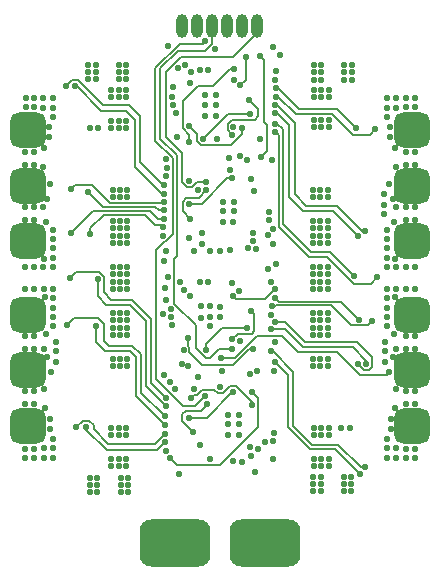
<source format=gbr>
%TF.GenerationSoftware,KiCad,Pcbnew,7.0.2*%
%TF.CreationDate,2023-05-24T20:20:13+03:00*%
%TF.ProjectId,Slimmeri_GD32,536c696d-6d65-4726-995f-474433322e6b,rev?*%
%TF.SameCoordinates,Original*%
%TF.FileFunction,Copper,L4,Inr*%
%TF.FilePolarity,Positive*%
%FSLAX46Y46*%
G04 Gerber Fmt 4.6, Leading zero omitted, Abs format (unit mm)*
G04 Created by KiCad (PCBNEW 7.0.2) date 2023-05-24 20:20:13*
%MOMM*%
%LPD*%
G01*
G04 APERTURE LIST*
G04 Aperture macros list*
%AMRoundRect*
0 Rectangle with rounded corners*
0 $1 Rounding radius*
0 $2 $3 $4 $5 $6 $7 $8 $9 X,Y pos of 4 corners*
0 Add a 4 corners polygon primitive as box body*
4,1,4,$2,$3,$4,$5,$6,$7,$8,$9,$2,$3,0*
0 Add four circle primitives for the rounded corners*
1,1,$1+$1,$2,$3*
1,1,$1+$1,$4,$5*
1,1,$1+$1,$6,$7*
1,1,$1+$1,$8,$9*
0 Add four rect primitives between the rounded corners*
20,1,$1+$1,$2,$3,$4,$5,0*
20,1,$1+$1,$4,$5,$6,$7,0*
20,1,$1+$1,$6,$7,$8,$9,0*
20,1,$1+$1,$8,$9,$2,$3,0*%
G04 Aperture macros list end*
%TA.AperFunction,ComponentPad*%
%ADD10O,1.000000X2.000000*%
%TD*%
%TA.AperFunction,ComponentPad*%
%ADD11C,1.000000*%
%TD*%
%TA.AperFunction,ComponentPad*%
%ADD12RoundRect,0.750000X-0.750000X0.750000X-0.750000X-0.750000X0.750000X-0.750000X0.750000X0.750000X0*%
%TD*%
%TA.AperFunction,ComponentPad*%
%ADD13RoundRect,0.750000X0.750000X-0.750000X0.750000X0.750000X-0.750000X0.750000X-0.750000X-0.750000X0*%
%TD*%
%TA.AperFunction,ComponentPad*%
%ADD14RoundRect,1.000000X-2.000000X-1.000000X2.000000X-1.000000X2.000000X1.000000X-2.000000X1.000000X0*%
%TD*%
%TA.AperFunction,ViaPad*%
%ADD15C,0.550000*%
%TD*%
%TA.AperFunction,Conductor*%
%ADD16C,0.150000*%
%TD*%
G04 APERTURE END LIST*
D10*
%TO.N,/M4*%
%TO.C,J13*%
X138590000Y-53637500D03*
%TO.N,/M3*%
X137320000Y-53637500D03*
%TO.N,/M2*%
X136050000Y-53637500D03*
%TO.N,/M1*%
X134780000Y-53637500D03*
%TO.N,/VBAT*%
X133510000Y-53637500D03*
%TO.N,GND*%
X132240000Y-53637500D03*
%TD*%
D11*
%TO.N,/Motor3/MotorOutA*%
%TO.C,J7*%
X151000000Y-72650000D03*
X152500000Y-72650000D03*
D12*
X151750000Y-71900000D03*
D11*
X151000000Y-71150000D03*
X152500000Y-71150000D03*
%TD*%
%TO.N,/Motor2/MotorOutA*%
%TO.C,J4*%
X118500000Y-63250000D03*
X120000000Y-63250000D03*
D12*
X119250000Y-62500000D03*
D11*
X118500000Y-61750000D03*
X120000000Y-61750000D03*
%TD*%
%TO.N,/Motor3/MotorOutB*%
%TO.C,J8*%
X151000000Y-67950000D03*
X152500000Y-67950000D03*
D12*
X151750000Y-67200000D03*
D11*
X151000000Y-66450000D03*
X152500000Y-66450000D03*
%TD*%
%TO.N,/Motor4/MotorOutC*%
%TO.C,J12*%
X152500000Y-77350000D03*
X151000000Y-77350000D03*
D13*
X151750000Y-78100000D03*
D11*
X152500000Y-78850000D03*
X151000000Y-78850000D03*
%TD*%
D14*
%TO.N,/VBAT*%
%TO.C,TP14*%
X139300000Y-97400000D03*
%TD*%
D11*
%TO.N,/Motor2/MotorOutB*%
%TO.C,J5*%
X118500000Y-67950000D03*
X120000000Y-67950000D03*
D12*
X119250000Y-67200000D03*
D11*
X118500000Y-66450000D03*
X120000000Y-66450000D03*
%TD*%
%TO.N,/Motor3/MotorOutC*%
%TO.C,J9*%
X151000000Y-63250000D03*
X152500000Y-63250000D03*
D12*
X151750000Y-62500000D03*
D11*
X151000000Y-61750000D03*
X152500000Y-61750000D03*
%TD*%
%TO.N,/Motor4/MotorOutB*%
%TO.C,J11*%
X152500000Y-82050000D03*
X151000000Y-82050000D03*
D13*
X151750000Y-82800000D03*
D11*
X152500000Y-83550000D03*
X151000000Y-83550000D03*
%TD*%
D14*
%TO.N,GND*%
%TO.C,TP13*%
X131700000Y-97400000D03*
%TD*%
D11*
%TO.N,/Motor1/MotorOutA*%
%TO.C,J1*%
X120000000Y-77350000D03*
X118500000Y-77350000D03*
D13*
X119250000Y-78100000D03*
D11*
X120000000Y-78850000D03*
X118500000Y-78850000D03*
%TD*%
%TO.N,/Motor4/MotorOutA*%
%TO.C,J10*%
X152500000Y-86750000D03*
X151000000Y-86750000D03*
D13*
X151750000Y-87500000D03*
D11*
X152500000Y-88250000D03*
X151000000Y-88250000D03*
%TD*%
%TO.N,/Motor1/MotorOutB*%
%TO.C,J2*%
X120000000Y-82050000D03*
X118500000Y-82050000D03*
D13*
X119250000Y-82800000D03*
D11*
X120000000Y-83550000D03*
X118500000Y-83550000D03*
%TD*%
%TO.N,/Motor2/MotorOutC*%
%TO.C,J6*%
X118500000Y-72650000D03*
X120000000Y-72650000D03*
D12*
X119250000Y-71900000D03*
D11*
X118500000Y-71150000D03*
X120000000Y-71150000D03*
%TD*%
%TO.N,/Motor1/MotorOutC*%
%TO.C,J3*%
X120000000Y-86750000D03*
X118500000Y-86750000D03*
D13*
X119250000Y-87500000D03*
D11*
X120000000Y-88250000D03*
X118500000Y-88250000D03*
%TD*%
D15*
%TO.N,GND*%
X138000000Y-83150000D03*
X135100000Y-55600000D03*
%TO.N,/M2*%
X136659239Y-57327718D03*
%TO.N,/M3*%
X134200000Y-54975000D03*
%TO.N,GND*%
X136250000Y-64800000D03*
X130900000Y-72700000D03*
X140600000Y-56100000D03*
X139950000Y-55450000D03*
X131050000Y-55400000D03*
X134650000Y-72749500D03*
%TO.N,/Motor4/BEMF_COMMON*%
X136580632Y-76525500D03*
%TO.N,GND*%
X146475000Y-87675000D03*
%TO.N,/5V*%
X134668246Y-90325500D03*
%TO.N,/3.3V*%
X138725000Y-89500000D03*
%TO.N,GND*%
X132250000Y-82250000D03*
X140225000Y-57475000D03*
%TO.N,/Motor3/MotorOutB*%
X138925000Y-64750000D03*
%TO.N,GND*%
X131910150Y-57231529D03*
X139875000Y-65025000D03*
X140200000Y-73850000D03*
X140000000Y-90325000D03*
X135150000Y-60350000D03*
X135125000Y-61250000D03*
X134225000Y-59525000D03*
X134225000Y-61250000D03*
X135150000Y-59525000D03*
X134225000Y-60350000D03*
X136650000Y-69350000D03*
X136625000Y-70250000D03*
X135725000Y-68525000D03*
X135725000Y-70250000D03*
X136650000Y-68525000D03*
X135725000Y-69350000D03*
X136175000Y-86575000D03*
X137100000Y-87400000D03*
X136175000Y-87400000D03*
X137100000Y-86575000D03*
X137075000Y-88300000D03*
X136175000Y-88300000D03*
X134625000Y-79075500D03*
X133850000Y-78350000D03*
X135525000Y-78325000D03*
X134625000Y-78325000D03*
X137101760Y-76058885D03*
X135525000Y-77425000D03*
X134625000Y-77400000D03*
X133850000Y-77400000D03*
X130674500Y-78075000D03*
X130850000Y-75875000D03*
X131277911Y-83788804D03*
X130755746Y-83244254D03*
X132814926Y-82427719D03*
%TO.N,/3.3V*%
X131642300Y-84385900D03*
%TO.N,/5V*%
X133646479Y-83347485D03*
%TO.N,/VBAT*%
X135700000Y-82875000D03*
%TO.N,GND*%
X138646800Y-82853200D03*
X140149003Y-80413160D03*
%TO.N,/3.3V*%
X139824957Y-78109154D03*
X130900000Y-76825000D03*
%TO.N,/5V*%
X136499500Y-75450000D03*
%TO.N,/3.3V*%
X139550000Y-71400000D03*
%TO.N,GND*%
X139975000Y-72125000D03*
X131000000Y-65700000D03*
%TO.N,/3.3V*%
X130950000Y-66400000D03*
%TO.N,GND*%
X137150000Y-64700000D03*
X138916052Y-63215676D03*
%TO.N,/3.3V*%
X131550000Y-58817500D03*
%TO.N,/5V*%
X136696364Y-58196390D03*
%TO.N,/3.3V*%
X137774324Y-65015468D03*
%TO.N,/VBAT*%
X130874500Y-64955900D03*
X143450000Y-88325000D03*
X144075000Y-88325000D03*
X144700000Y-88325000D03*
X144700000Y-87725000D03*
X143450000Y-87725000D03*
X144075000Y-87725000D03*
%TO.N,GND*%
X144700000Y-90325000D03*
X144075000Y-90325000D03*
X143450000Y-90325000D03*
X143450000Y-90925000D03*
X144700000Y-90925000D03*
X144075000Y-90925000D03*
X144000000Y-93075000D03*
X144000000Y-92450000D03*
X144000000Y-91825000D03*
X143400000Y-91825000D03*
X143400000Y-93075000D03*
X143400000Y-92450000D03*
%TO.N,/VBAT*%
X146600000Y-93075000D03*
X146600000Y-92450000D03*
X146600000Y-91825000D03*
X146000000Y-91825000D03*
X146000000Y-93075000D03*
X146000000Y-92450000D03*
X143350000Y-78550000D03*
X143975000Y-78550000D03*
X144600000Y-78550000D03*
X144600000Y-77950000D03*
X143350000Y-77950000D03*
X143975000Y-77950000D03*
X143350000Y-79850000D03*
X143975000Y-79850000D03*
X144600000Y-79850000D03*
X144600000Y-79250000D03*
X143350000Y-79250000D03*
X143975000Y-79250000D03*
%TO.N,GND*%
X143350000Y-82450000D03*
X143975000Y-82450000D03*
X144600000Y-82450000D03*
X144600000Y-81850000D03*
X143350000Y-81850000D03*
X143975000Y-81850000D03*
X143350000Y-75950000D03*
X143975000Y-75950000D03*
X144600000Y-75950000D03*
X144600000Y-75350000D03*
X143350000Y-75350000D03*
X143975000Y-75350000D03*
X143975000Y-74050000D03*
X143350000Y-74650000D03*
X144600000Y-74050000D03*
X143975000Y-74650000D03*
X143350000Y-74050000D03*
X144600000Y-74650000D03*
%TO.N,/VBAT*%
X143975000Y-71450000D03*
X144600000Y-72050000D03*
X143350000Y-72050000D03*
X144600000Y-71450000D03*
X143975000Y-72050000D03*
X143350000Y-71450000D03*
X143975000Y-70150000D03*
X144600000Y-70750000D03*
X143350000Y-70750000D03*
X144600000Y-70150000D03*
X143975000Y-70750000D03*
X143350000Y-70150000D03*
%TO.N,GND*%
X143975000Y-67550000D03*
X144600000Y-68150000D03*
X143350000Y-68150000D03*
X144600000Y-67550000D03*
X143975000Y-68150000D03*
X143350000Y-67550000D03*
%TO.N,/VBAT*%
X146025000Y-57600000D03*
X146025000Y-58225000D03*
X146625000Y-57600000D03*
X146625000Y-56975000D03*
X146025000Y-56975000D03*
X146625000Y-58225000D03*
%TO.N,GND*%
X143425000Y-57600000D03*
X143425000Y-58225000D03*
X144025000Y-57600000D03*
X144025000Y-56975000D03*
X143425000Y-56975000D03*
X144025000Y-58225000D03*
X144050000Y-59050000D03*
X143425000Y-59050000D03*
X144050000Y-59650000D03*
X144675000Y-59650000D03*
X144675000Y-59050000D03*
X143425000Y-59650000D03*
%TO.N,/VBAT*%
X144050000Y-61650000D03*
X143425000Y-61650000D03*
X144050000Y-62250000D03*
X144675000Y-62250000D03*
X144675000Y-61650000D03*
X143425000Y-62250000D03*
X126925000Y-61675000D03*
X126300000Y-61675000D03*
X126925000Y-62275000D03*
X127550000Y-62275000D03*
X127550000Y-61675000D03*
X126300000Y-62275000D03*
%TO.N,GND*%
X126925000Y-59075000D03*
X126925000Y-59675000D03*
X127550000Y-59075000D03*
X127550000Y-59675000D03*
X126300000Y-59675000D03*
X126300000Y-59075000D03*
%TO.N,/VBAT*%
X124950000Y-57550000D03*
X124350000Y-57550000D03*
X124950000Y-58175000D03*
X124350000Y-58175000D03*
X124350000Y-56925000D03*
X124950000Y-56925000D03*
%TO.N,GND*%
X126950000Y-57550000D03*
X127550000Y-57550000D03*
X126950000Y-56925000D03*
X127550000Y-56925000D03*
X127550000Y-58175000D03*
X126950000Y-58175000D03*
X127025000Y-67550000D03*
X127025000Y-68150500D03*
X126400000Y-68150000D03*
X127650000Y-67550000D03*
X126400000Y-67550000D03*
X127650000Y-68150000D03*
%TO.N,/VBAT*%
X127025000Y-70150000D03*
X127025000Y-70750000D03*
X126400000Y-70750000D03*
X127650000Y-70150000D03*
X126400000Y-70150000D03*
X127650000Y-70750000D03*
X127025000Y-71450000D03*
X127025000Y-72050000D03*
X126400000Y-72050000D03*
X127650000Y-71450000D03*
X126400000Y-71450000D03*
X127650000Y-72050000D03*
%TO.N,GND*%
X127025000Y-74050000D03*
X127050000Y-74650000D03*
X126400000Y-74650000D03*
X127650000Y-74050000D03*
X126400000Y-74050000D03*
X127650000Y-74650000D03*
X127025000Y-75350000D03*
X127025000Y-75950000D03*
X126400000Y-75950000D03*
X127650000Y-75350000D03*
X126400000Y-75350000D03*
X127650000Y-75950000D03*
%TO.N,/VBAT*%
X127025000Y-77950000D03*
X127025000Y-78550000D03*
X126400000Y-78550000D03*
X127650000Y-77950000D03*
X126400000Y-77950000D03*
X127650000Y-78550000D03*
X127025000Y-79250000D03*
X127025000Y-79850000D03*
X126400000Y-79850000D03*
X127650000Y-79250000D03*
X126400000Y-79250000D03*
X127650000Y-79850000D03*
%TO.N,GND*%
X127025000Y-81850000D03*
X127025000Y-82450000D03*
X126400000Y-82450000D03*
X127650000Y-81850000D03*
X126400000Y-81850000D03*
X127650000Y-82450000D03*
X127075000Y-92550000D03*
X127675000Y-92525000D03*
X127075000Y-91900000D03*
X127675000Y-91900000D03*
X127675000Y-93150000D03*
X127075000Y-93150000D03*
X126900000Y-90325000D03*
X126900000Y-90925000D03*
X127525000Y-90325000D03*
X127525000Y-90925000D03*
X126275000Y-90925000D03*
X126275000Y-90325000D03*
%TO.N,/VBAT*%
X126900000Y-87725000D03*
X126900000Y-88325000D03*
X127525000Y-87725000D03*
X127525000Y-88325000D03*
X126275000Y-88325000D03*
X126275000Y-87725000D03*
X125075000Y-92525000D03*
X124475000Y-92525000D03*
X124475000Y-93150000D03*
X125075000Y-93150000D03*
X125075000Y-91900000D03*
X124475000Y-91900000D03*
%TO.N,/Motor1/MotorOutC*%
X121075000Y-87800000D03*
X121375000Y-89400000D03*
X120575000Y-90200000D03*
X120575000Y-89400000D03*
%TO.N,/Motor1/MotorOutA*%
X121375000Y-75900000D03*
X119000000Y-79900000D03*
X120775000Y-79700000D03*
%TO.N,/Motor1/MotorOutC*%
X119000000Y-85700000D03*
X121375000Y-90200000D03*
X119775000Y-89500000D03*
X119775000Y-85700000D03*
%TO.N,/Motor1/MotorOutA*%
X120575000Y-75900000D03*
%TO.N,/Motor1/MotorOutB*%
X121575000Y-80400000D03*
X120575000Y-84400000D03*
%TO.N,/Motor1/MotorOutA*%
X121375000Y-78300000D03*
%TO.N,/Motor1/MotorOutC*%
X119000000Y-90200000D03*
X119775000Y-90200000D03*
X119000000Y-89500000D03*
%TO.N,/Motor1/MotorOutB*%
X119775000Y-81000000D03*
%TO.N,/Motor1/MotorOutA*%
X119000000Y-75900000D03*
%TO.N,/Motor1/MotorOutC*%
X120675000Y-86000000D03*
%TO.N,/Motor1/MotorOutB*%
X121175000Y-83000000D03*
X119000000Y-81000000D03*
X121575000Y-81200000D03*
%TO.N,/Motor1/MotorOutA*%
X121375000Y-79100000D03*
%TO.N,/Motor1/MotorOutB*%
X119000000Y-84600000D03*
%TO.N,/Motor1/MotorOutA*%
X121375000Y-77500000D03*
X120675000Y-76600000D03*
%TO.N,/Motor1/MotorOutC*%
X121375000Y-88600000D03*
%TO.N,/Motor1/MotorOutB*%
X119775000Y-84600000D03*
%TO.N,/Motor1/MotorOutC*%
X121075000Y-86900000D03*
%TO.N,/Motor1/MotorOutB*%
X120875000Y-81700000D03*
%TO.N,/Motor1/MotorOutA*%
X119775000Y-79900000D03*
%TO.N,/Motor1/MotorOutB*%
X120575000Y-81000000D03*
%TO.N,/Motor1/MotorOutA*%
X119775000Y-75900000D03*
X121375000Y-76700000D03*
%TO.N,/Motor1/MotorOutB*%
X121575000Y-82100000D03*
%TO.N,/Motor4/MotorOutC*%
X149625000Y-79100000D03*
X149625000Y-78300000D03*
X151225000Y-75900000D03*
X151225000Y-79900000D03*
%TO.N,/Motor4/MotorOutA*%
X149625000Y-88600000D03*
X152000000Y-90200000D03*
X149925000Y-86900000D03*
X150325000Y-86000000D03*
X152000000Y-89500000D03*
X151225000Y-90200000D03*
%TO.N,/Motor4/MotorOutB*%
X150425000Y-81000000D03*
X152000000Y-84600000D03*
X149425000Y-81200000D03*
X149425000Y-80400000D03*
X150425000Y-84400000D03*
X150125000Y-81700000D03*
X149825000Y-83000000D03*
X151225000Y-84600000D03*
X151225000Y-81000000D03*
X149425000Y-82100000D03*
%TO.N,/Motor4/MotorOutC*%
X152000000Y-75900000D03*
X149625000Y-76700000D03*
%TO.N,/Motor4/MotorOutB*%
X152000000Y-81000000D03*
%TO.N,/Motor4/MotorOutC*%
X149625000Y-77500000D03*
X150325000Y-76600000D03*
X150425000Y-75900000D03*
X149625000Y-75900000D03*
X152000000Y-79900000D03*
X150225000Y-79700000D03*
%TO.N,/Motor4/MotorOutA*%
X149925000Y-87800000D03*
X149625000Y-89400000D03*
X150425000Y-90200000D03*
X150425000Y-89400000D03*
X152000000Y-85700000D03*
X149625000Y-90200000D03*
X151225000Y-89500000D03*
X151225000Y-85700000D03*
%TO.N,/Motor3/MotorOutA*%
X140125500Y-58253609D03*
%TO.N,Net-(Q18-G)*%
X147025000Y-62339500D03*
%TO.N,Net-(Q17-G)*%
X148650000Y-62400000D03*
%TO.N,Net-(Q16-G)*%
X147725000Y-71000000D03*
%TO.N,Net-(Q15-G)*%
X147150000Y-71485500D03*
%TO.N,Net-(Q14-G)*%
X146825000Y-74800000D03*
%TO.N,Net-(Q13-G)*%
X148800000Y-74950000D03*
%TO.N,/M2*%
X132875500Y-63525000D03*
%TO.N,/M3*%
X134193294Y-84975145D03*
%TO.N,/M1*%
X136525000Y-81000000D03*
%TO.N,/M4*%
X134325500Y-66875997D03*
%TO.N,/Motor2/MotorOutB*%
X136349500Y-65880637D03*
%TO.N,/Motor3/MotorOutB*%
X135256007Y-63243993D03*
%TO.N,/Motor3/CHIGH*%
X131399500Y-59640514D03*
%TO.N,/Motor3/AHIGH*%
X131781605Y-61030163D03*
%TO.N,/Motor3/BHIGH*%
X131471997Y-60340016D03*
%TO.N,/Motor3/ALOW*%
X132950000Y-58500000D03*
%TO.N,/Motor3/BLOW*%
X133000000Y-57550000D03*
%TO.N,/Motor3/CLOW*%
X133785897Y-57349502D03*
%TO.N,/Motor3/MotorOutB*%
X138875000Y-56225000D03*
%TO.N,/Motor3/MotorOutC*%
X132550498Y-56950000D03*
%TO.N,/Motor3/V_SENSE*%
X134484800Y-57378449D03*
%TO.N,Net-(Q13-G)*%
X140175000Y-62625000D03*
%TO.N,Net-(Q14-G)*%
X140175000Y-61925000D03*
%TO.N,Net-(Q15-G)*%
X140175000Y-61050000D03*
%TO.N,Net-(Q16-G)*%
X140175000Y-60350000D03*
%TO.N,Net-(Q17-G)*%
X140200008Y-59650945D03*
%TO.N,Net-(Q18-G)*%
X140225044Y-58951891D03*
%TO.N,/Motor3/MotorOutA*%
X131875000Y-63050000D03*
%TO.N,/Motor3/MotorOutC*%
X136626347Y-62215578D03*
%TO.N,/Motor3/BEMF_COMMON*%
X137675000Y-56275000D03*
X137192765Y-58689228D03*
%TO.N,/Motor3/GHC*%
X137907289Y-59899500D03*
%TO.N,/Motor3/GHB*%
X138038139Y-61097109D03*
%TO.N,/Motor3/GHA*%
X137334156Y-62302754D03*
X132825500Y-62099500D03*
%TO.N,/Motor3/GHB*%
X134031743Y-63206243D03*
%TO.N,/Motor3/GHC*%
X136526521Y-62907921D03*
%TO.N,/Motor2/MotorOutC*%
X133588984Y-67572300D03*
%TO.N,/Motor2/MotorOutA*%
X138075000Y-66599500D03*
%TO.N,Net-(Q7-G)*%
X122450000Y-58775000D03*
%TO.N,Net-(Q8-G)*%
X123225000Y-58775000D03*
%TO.N,Net-(Q9-G)*%
X122875000Y-67475000D03*
%TO.N,Net-(Q10-G)*%
X124300000Y-67725000D03*
%TO.N,Net-(Q11-G)*%
X122875000Y-71150000D03*
%TO.N,Net-(Q12-G)*%
X124450000Y-71250000D03*
%TO.N,/Motor2/MotorOutC*%
X121325000Y-70900000D03*
X121325000Y-71700000D03*
X119725000Y-74100000D03*
X119725000Y-70100000D03*
%TO.N,/Motor2/MotorOutA*%
X121325000Y-61400000D03*
X119050000Y-59800000D03*
X121025000Y-63100000D03*
X120625000Y-64000000D03*
X119050000Y-60500000D03*
X119725000Y-59800000D03*
%TO.N,/Motor2/MotorOutB*%
X120525000Y-69000000D03*
X119000000Y-65400000D03*
X120525000Y-65600000D03*
X120825000Y-68300000D03*
X121125000Y-67000000D03*
X119725000Y-65400000D03*
X119725000Y-69000000D03*
%TO.N,/Motor2/MotorOutC*%
X119000000Y-74100000D03*
X121325000Y-73300000D03*
%TO.N,/Motor2/MotorOutB*%
X119000000Y-69000000D03*
%TO.N,/Motor2/MotorOutC*%
X121325000Y-72500000D03*
X120625000Y-73400000D03*
X120525000Y-74100000D03*
X121325000Y-74100000D03*
X119000000Y-70100000D03*
X120725000Y-70300000D03*
%TO.N,/Motor2/MotorOutA*%
X121025000Y-62200000D03*
X121325000Y-60600000D03*
X120525000Y-59800000D03*
X120525000Y-60600000D03*
X119000000Y-64300000D03*
X121325000Y-59800000D03*
X119725000Y-60500000D03*
X119725000Y-64300000D03*
%TO.N,GND*%
X136300000Y-72650000D03*
%TO.N,/Motor2/V_SENSE*%
X138532041Y-72578173D03*
%TO.N,GND*%
X133304851Y-72751549D03*
%TO.N,/Motor2/MotorOutC*%
X135484016Y-72749500D03*
%TO.N,/Motor2/MotorOutA*%
X130692344Y-71405860D03*
%TO.N,/Motor2/MotorOutB*%
X130750000Y-73575000D03*
%TO.N,/Motor2/BEMF_COMMON*%
X131075000Y-74900000D03*
%TO.N,/Motor2/BEMFA_1*%
X132900000Y-71650000D03*
%TO.N,/Motor2/BEMFB_1*%
X133925000Y-71225000D03*
%TO.N,/Motor2/BEMFC_1*%
X133941124Y-72115277D03*
%TO.N,GND*%
X124500000Y-62325000D03*
X125200000Y-62325000D03*
X145750000Y-87675000D03*
%TO.N,/Motor1/BEMF_COMMON*%
X130950000Y-89625000D03*
X133808012Y-89177717D03*
%TO.N,/Motor1/V_SENSE*%
X136600000Y-90500000D03*
%TO.N,/Motor1/CLOW*%
X137378231Y-90557769D03*
%TO.N,/Motor1/BLOW*%
X138091149Y-90034942D03*
%TO.N,/Motor1/MotorOutA*%
X131262827Y-90250654D03*
X138225000Y-84650000D03*
%TO.N,/Motor1/ALOW*%
X138037500Y-89337500D03*
%TO.N,/Motor1/MotorOutB*%
X135509082Y-84208375D03*
X132029559Y-91582185D03*
%TO.N,/Motor1/MotorOutC*%
X133325000Y-84400000D03*
X138424502Y-91450000D03*
%TO.N,/Motor1/CHIGH*%
X139273200Y-88891800D03*
%TO.N,/Motor1/BHIGH*%
X139971022Y-88843331D03*
%TO.N,/Motor1/AHIGH*%
X140019655Y-88145521D03*
%TO.N,/Motor3/MotorOutC*%
X152000000Y-59800000D03*
X149900000Y-63100000D03*
X149600000Y-61400000D03*
X151200000Y-59800000D03*
X152000000Y-60500000D03*
X150300000Y-64000000D03*
X149900000Y-62200000D03*
X151200000Y-64300000D03*
X149600000Y-59800000D03*
X150400000Y-59800000D03*
X149600000Y-60600000D03*
X152000000Y-64300000D03*
X151200000Y-60500000D03*
X150400000Y-60600000D03*
%TO.N,/Motor3/MotorOutB*%
X151200000Y-69000000D03*
X151200000Y-65400000D03*
X149400000Y-68800000D03*
X149800000Y-67000000D03*
X150100000Y-68300000D03*
X150400000Y-65600000D03*
X149400000Y-69600000D03*
X152000000Y-65400000D03*
X150400000Y-69000000D03*
X149400000Y-67900000D03*
X152000000Y-69000000D03*
%TO.N,/Motor3/MotorOutA*%
X150200000Y-70300000D03*
X149600000Y-72500000D03*
X150300000Y-73400000D03*
X150400000Y-74100000D03*
X152000000Y-70100000D03*
X149600000Y-73300000D03*
X152000000Y-74100000D03*
X149600000Y-74100000D03*
X149600000Y-71700000D03*
X151200000Y-74100000D03*
X151200000Y-70100000D03*
X149600000Y-70900000D03*
%TO.N,Net-(Q1-G)*%
X130875000Y-85850000D03*
X125125000Y-75100000D03*
%TO.N,Net-(Q2-G)*%
X130900000Y-85150000D03*
X122775000Y-75025000D03*
%TO.N,Net-(Q3-G)*%
X130825000Y-86725000D03*
X122575000Y-78950000D03*
%TO.N,Net-(Q4-G)*%
X124987500Y-79085500D03*
X130825000Y-87425000D03*
%TO.N,Net-(Q5-G)*%
X130850000Y-88200000D03*
X123325000Y-87600000D03*
%TO.N,Net-(Q6-G)*%
X130824621Y-88899042D03*
X124175000Y-87600000D03*
%TO.N,/Motor4/MotorOutA*%
X132400000Y-81125000D03*
X139775000Y-75350000D03*
%TO.N,/Motor4/MotorOutB*%
X139541810Y-74243011D03*
X135575000Y-81750000D03*
%TO.N,/Motor4/MotorOutC*%
X132103518Y-75316245D03*
X140078200Y-82871800D03*
X137214500Y-80314904D03*
%TO.N,Net-(Q7-G)*%
X130725000Y-67150000D03*
%TO.N,/Motor1/GHA*%
X133025000Y-85150000D03*
X138225000Y-85725500D03*
%TO.N,/Motor1/GHB*%
X136609773Y-84654279D03*
X132900500Y-86850834D03*
%TO.N,/Motor1/GHC*%
X134375500Y-85650500D03*
X133173063Y-88037998D03*
%TO.N,Net-(Q8-G)*%
X130725000Y-67875497D03*
%TO.N,Net-(Q9-G)*%
X130725000Y-68575000D03*
%TO.N,Net-(Q10-G)*%
X130725000Y-69274503D03*
%TO.N,Net-(Q11-G)*%
X130725000Y-69975000D03*
%TO.N,Net-(Q12-G)*%
X130700000Y-70700000D03*
%TO.N,Net-(Q19-G)*%
X140149500Y-82100000D03*
X147372650Y-91609407D03*
%TO.N,Net-(Q20-G)*%
X139788364Y-81216590D03*
X147776464Y-91038235D03*
%TO.N,Net-(Q21-G)*%
X139825000Y-79325000D03*
X147875500Y-82314500D03*
%TO.N,Net-(Q22-G)*%
X140173803Y-78715462D03*
X147175997Y-82314500D03*
%TO.N,Net-(Q23-G)*%
X148350000Y-78650000D03*
X139927481Y-77386292D03*
%TO.N,Net-(Q24-G)*%
X147225000Y-78514500D03*
X140170509Y-76679491D03*
%TO.N,/Motor2/GHA*%
X132897485Y-66778521D03*
X138350000Y-67625500D03*
%TO.N,/Motor2/GHB*%
X136544030Y-66552546D03*
X132853200Y-68728200D03*
%TO.N,/Motor2/GHC*%
X134325500Y-67575500D03*
X132964843Y-69979685D03*
%TO.N,/Motor4/GHA*%
X132750500Y-80049500D03*
X138250000Y-81000500D03*
%TO.N,/Motor4/GHB*%
X137795903Y-79215000D03*
X134321584Y-81123649D03*
%TO.N,/Motor4/GHC*%
X138124503Y-77825498D03*
X136524500Y-80200000D03*
%TO.N,/Motor4/BEMF_COMMON*%
X140151684Y-75939418D03*
%TO.N,/Motor2/CLOW*%
X137840266Y-72474500D03*
%TO.N,/Motor2/BLOW*%
X138266760Y-71873212D03*
%TO.N,/Motor2/ALOW*%
X138300000Y-71174500D03*
%TO.N,/Motor2/CHIGH*%
X140017942Y-70880064D03*
%TO.N,/Motor2/BHIGH*%
X139624500Y-70125500D03*
%TO.N,/Motor2/AHIGH*%
X139673707Y-69427730D03*
%TO.N,/Motor4/V_SENSE*%
X134486987Y-75347840D03*
%TO.N,/Motor4/CLOW*%
X133787486Y-75349500D03*
%TO.N,/Motor4/BLOW*%
X132399500Y-75982048D03*
%TO.N,/Motor4/ALOW*%
X132934450Y-76525500D03*
%TO.N,/Motor4/CHIGH*%
X131299403Y-77584170D03*
%TO.N,/Motor4/BHIGH*%
X131366161Y-78280480D03*
%TO.N,/Motor4/AHIGH*%
X131449503Y-78975000D03*
%TD*%
D16*
%TO.N,Net-(Q19-G)*%
X145263243Y-89500000D02*
X143100000Y-89500000D01*
X143100000Y-89500000D02*
X141250000Y-87650000D01*
X147372650Y-91609407D02*
X145263243Y-89500000D01*
X141250000Y-87650000D02*
X141250000Y-83200500D01*
X141250000Y-83200500D02*
X140149500Y-82100000D01*
%TO.N,Net-(Q20-G)*%
X145500000Y-89100000D02*
X147438235Y-91038235D01*
X141700000Y-87525736D02*
X143274264Y-89100000D01*
X147438235Y-91038235D02*
X147776464Y-91038235D01*
X141700000Y-82943393D02*
X141700000Y-87525736D01*
X139973197Y-81216590D02*
X141700000Y-82943393D01*
X143274264Y-89100000D02*
X145500000Y-89100000D01*
X139788364Y-81216590D02*
X139973197Y-81216590D01*
%TO.N,Net-(Q13-G)*%
X146800000Y-75500000D02*
X148250000Y-75500000D01*
X148250000Y-75500000D02*
X148800000Y-74950000D01*
X144525000Y-73225000D02*
X146800000Y-75500000D01*
X140475000Y-62925000D02*
X140475000Y-70675000D01*
X143025000Y-73225000D02*
X144525000Y-73225000D01*
X140175000Y-62625000D02*
X140475000Y-62925000D01*
X140475000Y-70675000D02*
X143025000Y-73225000D01*
%TO.N,/M3*%
X133368439Y-85800000D02*
X134193294Y-84975145D01*
X132350000Y-85800000D02*
X133368439Y-85800000D01*
X130100000Y-83550000D02*
X132350000Y-85800000D01*
X130100000Y-72650000D02*
X130100000Y-83550000D01*
X130899451Y-71905860D02*
X130844140Y-71905860D01*
X130000000Y-63375000D02*
X131500000Y-64875000D01*
X131500000Y-71305311D02*
X130899451Y-71905860D01*
X134025000Y-55150000D02*
X132075736Y-55150000D01*
X130000000Y-57225736D02*
X130000000Y-63375000D01*
X134200000Y-54975000D02*
X134025000Y-55150000D01*
X132075736Y-55150000D02*
X130000000Y-57225736D01*
X131500000Y-64875000D02*
X131500000Y-71305311D01*
X130844140Y-71905860D02*
X130100000Y-72650000D01*
%TO.N,/M1*%
X134600000Y-55392893D02*
X134780000Y-55212893D01*
X134600000Y-55400000D02*
X134600000Y-55392893D01*
X131900000Y-55750000D02*
X134250000Y-55750000D01*
X130450000Y-57200000D02*
X131900000Y-55750000D01*
X130450000Y-63200000D02*
X130450000Y-57200000D01*
X131875000Y-64625000D02*
X130450000Y-63200000D01*
X131875000Y-73157107D02*
X131875000Y-64625000D01*
X133425000Y-80934172D02*
X133425000Y-79002660D01*
X133425000Y-79002660D02*
X131600000Y-77177660D01*
X134625000Y-81775000D02*
X134265828Y-81775000D01*
X134265828Y-81775000D02*
X133425000Y-80934172D01*
X134250000Y-55750000D02*
X134600000Y-55400000D01*
X135400000Y-81000000D02*
X134625000Y-81775000D01*
X131600000Y-77177660D02*
X131600000Y-73432107D01*
X136525000Y-81000000D02*
X135400000Y-81000000D01*
X134780000Y-55212893D02*
X134780000Y-53750000D01*
X131600000Y-73432107D02*
X131875000Y-73157107D01*
%TO.N,/M2*%
X132875500Y-62856607D02*
X132875500Y-63525000D01*
X132325500Y-62306607D02*
X132875500Y-62856607D01*
X133600000Y-58750000D02*
X132325500Y-60024500D01*
X134925000Y-58750000D02*
X133600000Y-58750000D01*
X136347282Y-57327718D02*
X134925000Y-58750000D01*
X136659239Y-57327718D02*
X136347282Y-57327718D01*
X132325500Y-60024500D02*
X132325500Y-62306607D01*
%TO.N,/Motor3/BEMF_COMMON*%
X137675000Y-58206993D02*
X137675000Y-56275000D01*
X137192765Y-58689228D02*
X137675000Y-58206993D01*
%TO.N,/M4*%
X138590000Y-54250000D02*
X138590000Y-53750000D01*
X136590000Y-56250000D02*
X138590000Y-54250000D01*
X132175000Y-56250000D02*
X136590000Y-56250000D01*
X130900000Y-63075000D02*
X130900000Y-57525000D01*
X130900000Y-57525000D02*
X132175000Y-56250000D01*
X132681942Y-67306942D02*
X132275000Y-66900000D01*
X133147942Y-67306942D02*
X132681942Y-67306942D01*
X133578887Y-66875997D02*
X133147942Y-67306942D01*
X132275000Y-66900000D02*
X132275000Y-64450000D01*
X132275000Y-64450000D02*
X130900000Y-63075000D01*
X134325500Y-66875997D02*
X133578887Y-66875997D01*
%TO.N,/Motor4/BEMF_COMMON*%
X136855132Y-76800000D02*
X139291102Y-76800000D01*
X139291102Y-76800000D02*
X140151684Y-75939418D01*
X136580632Y-76525500D02*
X136855132Y-76800000D01*
%TO.N,/Motor1/MotorOutA*%
X135475000Y-90825000D02*
X131837173Y-90825000D01*
X138725000Y-85150000D02*
X138725000Y-87575000D01*
X138725000Y-87575000D02*
X135475000Y-90825000D01*
X138225000Y-84650000D02*
X138725000Y-85150000D01*
X131837173Y-90825000D02*
X131262827Y-90250654D01*
%TO.N,/Motor3/MotorOutB*%
X139200000Y-56550000D02*
X138875000Y-56225000D01*
X139200000Y-61825000D02*
X139200000Y-56550000D01*
X138925000Y-64750000D02*
X139450000Y-64225000D01*
X139450000Y-64225000D02*
X139450000Y-62075000D01*
X139450000Y-62075000D02*
X139200000Y-61825000D01*
%TO.N,Net-(Q15-G)*%
X145014500Y-69350000D02*
X147150000Y-71485500D01*
X141325000Y-68150000D02*
X142525000Y-69350000D01*
X141325000Y-62042157D02*
X141325000Y-68150000D01*
X140332843Y-61050000D02*
X141325000Y-62042157D01*
X140175000Y-61050000D02*
X140332843Y-61050000D01*
X142525000Y-69350000D02*
X145014500Y-69350000D01*
%TO.N,Net-(Q14-G)*%
X143225000Y-72775000D02*
X144800000Y-72775000D01*
X144800000Y-72775000D02*
X146825000Y-74800000D01*
X140850000Y-62425000D02*
X140850000Y-70400000D01*
X140850000Y-70400000D02*
X143225000Y-72775000D01*
X140350000Y-61925000D02*
X140850000Y-62425000D01*
X140175000Y-61925000D02*
X140350000Y-61925000D01*
%TO.N,/Motor1/GHA*%
X138225000Y-85525000D02*
X138225000Y-85725500D01*
X136854279Y-84154279D02*
X138225000Y-85525000D01*
X136345721Y-84154279D02*
X136854279Y-84154279D01*
X135318393Y-84775000D02*
X135725000Y-84775000D01*
X135725000Y-84775000D02*
X136345721Y-84154279D01*
X133532107Y-84900000D02*
X133957107Y-84475000D01*
X133275000Y-84900000D02*
X133532107Y-84900000D01*
X133025000Y-85150000D02*
X133275000Y-84900000D01*
X133957107Y-84475000D02*
X135018393Y-84475000D01*
X135018393Y-84475000D02*
X135318393Y-84775000D01*
%TO.N,/Motor4/MotorOutB*%
X145375000Y-81275000D02*
X147300000Y-83200000D01*
X142075000Y-81275000D02*
X145375000Y-81275000D01*
X147300000Y-83200000D02*
X149625000Y-83200000D01*
X140700000Y-79900000D02*
X142075000Y-81275000D01*
X149625000Y-83200000D02*
X149825000Y-83000000D01*
X136775736Y-81750000D02*
X138625736Y-79900000D01*
X138625736Y-79900000D02*
X140700000Y-79900000D01*
X135575000Y-81750000D02*
X136775736Y-81750000D01*
%TO.N,Net-(Q21-G)*%
X147875500Y-82000500D02*
X147875500Y-82314500D01*
X142500000Y-80875000D02*
X146750000Y-80875000D01*
X140950000Y-79325000D02*
X142500000Y-80875000D01*
X139825000Y-79325000D02*
X140950000Y-79325000D01*
X146750000Y-80875000D02*
X147875500Y-82000500D01*
%TO.N,Net-(Q22-G)*%
X147175997Y-82322104D02*
X147175997Y-82314500D01*
X147668393Y-82814500D02*
X147175997Y-82322104D01*
X148085500Y-82814500D02*
X147668393Y-82814500D01*
X148375000Y-81675000D02*
X148375000Y-82525000D01*
X148375000Y-82525000D02*
X148085500Y-82814500D01*
X142700000Y-80425000D02*
X147125000Y-80425000D01*
X140173803Y-78715462D02*
X140990462Y-78715462D01*
X140990462Y-78715462D02*
X142700000Y-80425000D01*
X147125000Y-80425000D02*
X148375000Y-81675000D01*
%TO.N,Net-(Q24-G)*%
X145715621Y-77005121D02*
X147225000Y-78514500D01*
X140170509Y-76679491D02*
X140496139Y-77005121D01*
X140496139Y-77005121D02*
X145715621Y-77005121D01*
%TO.N,Net-(Q23-G)*%
X146589500Y-79014500D02*
X147985500Y-79014500D01*
X147985500Y-79014500D02*
X148350000Y-78650000D01*
X144900000Y-77325000D02*
X146589500Y-79014500D01*
X140174250Y-77386292D02*
X140235542Y-77325000D01*
X139927481Y-77386292D02*
X140174250Y-77386292D01*
X140235542Y-77325000D02*
X144900000Y-77325000D01*
%TO.N,Net-(Q7-G)*%
X125550000Y-60325000D02*
X123475000Y-58250000D01*
X122975000Y-58250000D02*
X122450000Y-58775000D01*
X127825000Y-60325000D02*
X125550000Y-60325000D01*
X128750000Y-65200000D02*
X128750000Y-61250000D01*
X123475000Y-58250000D02*
X122975000Y-58250000D01*
X130700000Y-67150000D02*
X128750000Y-65200000D01*
X128750000Y-61250000D02*
X127825000Y-60325000D01*
X130725000Y-67150000D02*
X130700000Y-67150000D01*
%TO.N,Net-(Q8-G)*%
X125425000Y-60825000D02*
X123375000Y-58775000D01*
X128275000Y-61600000D02*
X127500000Y-60825000D01*
X127500000Y-60825000D02*
X125425000Y-60825000D01*
X123375000Y-58775000D02*
X123225000Y-58775000D01*
X128275000Y-65575000D02*
X128275000Y-61600000D01*
X130575497Y-67875497D02*
X128275000Y-65575000D01*
X130725000Y-67875497D02*
X130575497Y-67875497D01*
%TO.N,Net-(Q9-G)*%
X123225000Y-67125000D02*
X122875000Y-67475000D01*
X126150000Y-68650000D02*
X124625000Y-67125000D01*
X124625000Y-67125000D02*
X123225000Y-67125000D01*
X130725000Y-68575000D02*
X130650000Y-68650000D01*
X130650000Y-68650000D02*
X126150000Y-68650000D01*
%TO.N,Net-(Q10-G)*%
X130025000Y-68975000D02*
X125550000Y-68975000D01*
X130324503Y-69274503D02*
X130025000Y-68975000D01*
X125550000Y-68975000D02*
X124300000Y-67725000D01*
X130725000Y-69274503D02*
X130324503Y-69274503D01*
%TO.N,Net-(Q11-G)*%
X129575000Y-69300000D02*
X124725000Y-69300000D01*
X130250000Y-69975000D02*
X129575000Y-69300000D01*
X130725000Y-69975000D02*
X130250000Y-69975000D01*
X124725000Y-69300000D02*
X122875000Y-71150000D01*
%TO.N,Net-(Q12-G)*%
X125625000Y-69625000D02*
X124450000Y-70800000D01*
X124450000Y-70800000D02*
X124450000Y-71250000D01*
X130475000Y-70475000D02*
X129975000Y-70475000D01*
X129125000Y-69625000D02*
X125625000Y-69625000D01*
X130700000Y-70700000D02*
X130475000Y-70475000D01*
X129975000Y-70475000D02*
X129125000Y-69625000D01*
%TO.N,Net-(Q18-G)*%
X145385500Y-60700000D02*
X147025000Y-62339500D01*
X142175000Y-60700000D02*
X145385500Y-60700000D01*
X140225044Y-58951891D02*
X140426891Y-58951891D01*
X140426891Y-58951891D02*
X142175000Y-60700000D01*
%TO.N,Net-(Q17-G)*%
X148150000Y-62900000D02*
X148650000Y-62400000D01*
X144962500Y-61125000D02*
X146737500Y-62900000D01*
X141900000Y-61125000D02*
X144962500Y-61125000D01*
X140425945Y-59650945D02*
X141900000Y-61125000D01*
X140200008Y-59650945D02*
X140425945Y-59650945D01*
X146737500Y-62900000D02*
X148150000Y-62900000D01*
%TO.N,Net-(Q16-G)*%
X147525000Y-71000000D02*
X147725000Y-71000000D01*
X141800000Y-67875000D02*
X142800000Y-68875000D01*
X142800000Y-68875000D02*
X145400000Y-68875000D01*
X141800000Y-61850000D02*
X141800000Y-67875000D01*
X145400000Y-68875000D02*
X147525000Y-71000000D01*
X140300000Y-60350000D02*
X141800000Y-61850000D01*
X140175000Y-60350000D02*
X140300000Y-60350000D01*
%TO.N,/Motor3/GHA*%
X133531743Y-62805743D02*
X132825500Y-62099500D01*
X133531743Y-63413350D02*
X133531743Y-62805743D01*
X133862386Y-63743993D02*
X133531743Y-63413350D01*
X137334156Y-62807393D02*
X136397556Y-63743993D01*
X136397556Y-63743993D02*
X133862386Y-63743993D01*
X137334156Y-62302754D02*
X137334156Y-62807393D01*
%TO.N,/Motor3/GHB*%
X138038139Y-61097109D02*
X136140877Y-61097109D01*
X136140877Y-61097109D02*
X134031743Y-63206243D01*
%TO.N,Net-(Q1-G)*%
X129200000Y-84175000D02*
X130875000Y-85850000D01*
X127875000Y-77275000D02*
X129200000Y-78600000D01*
X125125000Y-76525000D02*
X125875000Y-77275000D01*
X125875000Y-77275000D02*
X127875000Y-77275000D01*
X125125000Y-75100000D02*
X125125000Y-76525000D01*
X129200000Y-78600000D02*
X129200000Y-84175000D01*
%TO.N,Net-(Q2-G)*%
X129625000Y-83875000D02*
X130900000Y-85150000D01*
X129625000Y-78450000D02*
X129625000Y-83875000D01*
X126275000Y-76850000D02*
X128025000Y-76850000D01*
X128025000Y-76850000D02*
X129625000Y-78450000D01*
X125625000Y-74892893D02*
X125625000Y-76200000D01*
X125257107Y-74525000D02*
X125625000Y-74892893D01*
X123275000Y-74525000D02*
X125257107Y-74525000D01*
X125625000Y-76200000D02*
X126275000Y-76850000D01*
X122775000Y-75025000D02*
X123275000Y-74525000D01*
%TO.N,Net-(Q3-G)*%
X128800000Y-84700000D02*
X130825000Y-86725000D01*
X126050000Y-80750000D02*
X128075000Y-80750000D01*
X128075000Y-80750000D02*
X128800000Y-81475000D01*
X123100000Y-78425000D02*
X125200000Y-78425000D01*
X128800000Y-81475000D02*
X128800000Y-84700000D01*
X122575000Y-78950000D02*
X123100000Y-78425000D01*
X125200000Y-78425000D02*
X125650000Y-78875000D01*
X125650000Y-80350000D02*
X126050000Y-80750000D01*
X125650000Y-78875000D02*
X125650000Y-80350000D01*
%TO.N,Net-(Q4-G)*%
X130817893Y-87425000D02*
X130825000Y-87425000D01*
X128400000Y-85007107D02*
X130817893Y-87425000D01*
X127900000Y-81200000D02*
X128400000Y-81700000D01*
X124987500Y-80437500D02*
X125750000Y-81200000D01*
X124987500Y-79085500D02*
X124987500Y-80437500D01*
X125750000Y-81200000D02*
X127900000Y-81200000D01*
X128400000Y-81700000D02*
X128400000Y-85007107D01*
%TO.N,Net-(Q5-G)*%
X123850000Y-87075000D02*
X123325000Y-87600000D01*
X124425000Y-87075000D02*
X123850000Y-87075000D01*
X124825000Y-87475000D02*
X124425000Y-87075000D01*
X124825000Y-87825000D02*
X124825000Y-87475000D01*
X130816556Y-88200000D02*
X129991556Y-89025000D01*
X129991556Y-89025000D02*
X126025000Y-89025000D01*
X126025000Y-89025000D02*
X124825000Y-87825000D01*
X130850000Y-88200000D02*
X130816556Y-88200000D01*
%TO.N,Net-(Q6-G)*%
X130123663Y-89600000D02*
X130824621Y-88899042D01*
X125900000Y-89600000D02*
X130123663Y-89600000D01*
X124175000Y-87875000D02*
X125900000Y-89600000D01*
X124175000Y-87600000D02*
X124175000Y-87875000D01*
%TO.N,/Motor2/GHC*%
X132350000Y-69364842D02*
X132964843Y-69979685D01*
X132350000Y-68525000D02*
X132350000Y-69364842D01*
X133676000Y-68225000D02*
X132650000Y-68225000D01*
X132650000Y-68225000D02*
X132350000Y-68525000D01*
X134325500Y-67575500D02*
X133676000Y-68225000D01*
%TO.N,/Motor4/GHA*%
X132900000Y-80917893D02*
X132750500Y-80768393D01*
X133925000Y-82325000D02*
X132900000Y-81300000D01*
X136625000Y-82325000D02*
X133925000Y-82325000D01*
X132900000Y-81300000D02*
X132900000Y-80917893D01*
X132750500Y-80768393D02*
X132750500Y-80049500D01*
X137949500Y-81000500D02*
X136625000Y-82325000D01*
X138250000Y-81000500D02*
X137949500Y-81000500D01*
%TO.N,/Motor1/GHC*%
X132275000Y-86525000D02*
X132275000Y-87139935D01*
X132275000Y-87139935D02*
X133173063Y-88037998D01*
X132575000Y-86225000D02*
X132275000Y-86525000D01*
X133900000Y-86225000D02*
X132575000Y-86225000D01*
X134375500Y-85749500D02*
X133900000Y-86225000D01*
X134375500Y-85650500D02*
X134375500Y-85749500D01*
%TO.N,/Motor3/GHC*%
X138725000Y-60717211D02*
X137907289Y-59899500D01*
X138725000Y-61310078D02*
X138725000Y-60717211D01*
X136126347Y-61998653D02*
X136501361Y-61623639D01*
X138411439Y-61623639D02*
X138725000Y-61310078D01*
X136526521Y-62907921D02*
X136126347Y-62507747D01*
X136126347Y-62507747D02*
X136126347Y-61998653D01*
X136501361Y-61623639D02*
X138411439Y-61623639D01*
%TO.N,/Motor1/GHB*%
X136545721Y-84654279D02*
X136609773Y-84654279D01*
X134349166Y-86850834D02*
X136545721Y-84654279D01*
X132900500Y-86850834D02*
X134349166Y-86850834D01*
%TO.N,/Motor2/GHB*%
X133946800Y-68728200D02*
X136122454Y-66552546D01*
X136122454Y-66552546D02*
X136544030Y-66552546D01*
X132853200Y-68728200D02*
X133946800Y-68728200D01*
%TO.N,/Motor4/GHB*%
X135685000Y-79215000D02*
X134321584Y-80578416D01*
X134321584Y-80578416D02*
X134321584Y-81123649D01*
X137795903Y-79215000D02*
X135685000Y-79215000D01*
%TO.N,/Motor4/GHC*%
X138174503Y-79725000D02*
X136999500Y-79725000D01*
X138124503Y-77825498D02*
X138374503Y-78075498D01*
X136999500Y-79725000D02*
X136524500Y-80200000D01*
X138374503Y-78075498D02*
X138374503Y-79525000D01*
X138374503Y-79525000D02*
X138174503Y-79725000D01*
%TD*%
M02*

</source>
